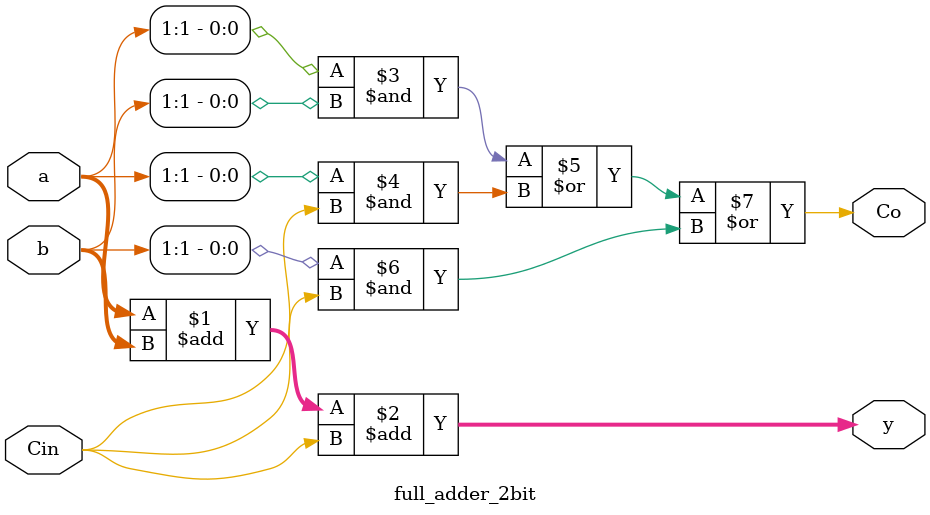
<source format=v>
module adder_16bit (
    input wire [15:0] a,
    input wire [15:0] b,
    input wire Cin,
    output wire [15:0] y,
    output wire Co
);

    wire [14:0] carry;

    // Instantiate 8-bit adder
    full_adder_8bit u0 (
        .a(a[7:0]),
        .b(b[7:0]),
        .Cin(Cin),
        .y(y[7:0]),
        .Co(carry[0])
    );

    // Instantiate 8-bit adder
    full_adder_8bit u1 (
        .a(a[15:8]),
        .b(b[15:8]),
        .Cin(carry[0]),
        .y(y[15:8]),
        .Co(Co)
    );

endmodule

// 8-bit full adder module
module full_adder_8bit (
    input wire [7:0] a,
    input wire [7:0] b,
    input wire Cin,
    output wire [7:0] y,
    output wire Co
);

    wire [6:0] carry;

    // Instantiate 4-bit adder
    full_adder_4bit u0 (
        .a(a[3:0]),
        .b(b[3:0]),
        .Cin(Cin),
        .y(y[3:0]),
        .Co(carry[0])
    );

    // Instantiate 4-bit adder
    full_adder_4bit u1 (
        .a(a[7:4]),
        .b(b[7:4]),
        .Cin(carry[0]),
        .y(y[7:4]),
        .Co(carry[1])
    );

    // Generate carry out
    assign Co = carry[1];

endmodule

// 4-bit full adder module
module full_adder_4bit (
    input wire [3:0] a,
    input wire [3:0] b,
    input wire Cin,
    output wire [3:0] y,
    output wire Co
);

    wire [2:0] carry;

    // Instantiate 2-bit adder
    full_adder_2bit u0 (
        .a(a[1:0]),
        .b(b[1:0]),
        .Cin(Cin),
        .y(y[1:0]),
        .Co(carry[0])
    );

    // Instantiate 2-bit adder
    full_adder_2bit u1 (
        .a(a[3:2]),
        .b(b[3:2]),
        .Cin(carry[0]),
        .y(y[3:2]),
        .Co(carry[1])
    );

    // Generate carry out
    assign Co = carry[1];

endmodule

// 2-bit full adder module
module full_adder_2bit (
    input wire [1:0] a,
    input wire [1:0] b,
    input wire Cin,
    output wire [1:0] y,
    output wire Co
);

    // Generate sum
    assign y = a + b + Cin;

    // Generate carry out
    assign Co = (a[1] & b[1]) | (a[1] & Cin) | (b[1] & Cin);

endmodule
</source>
